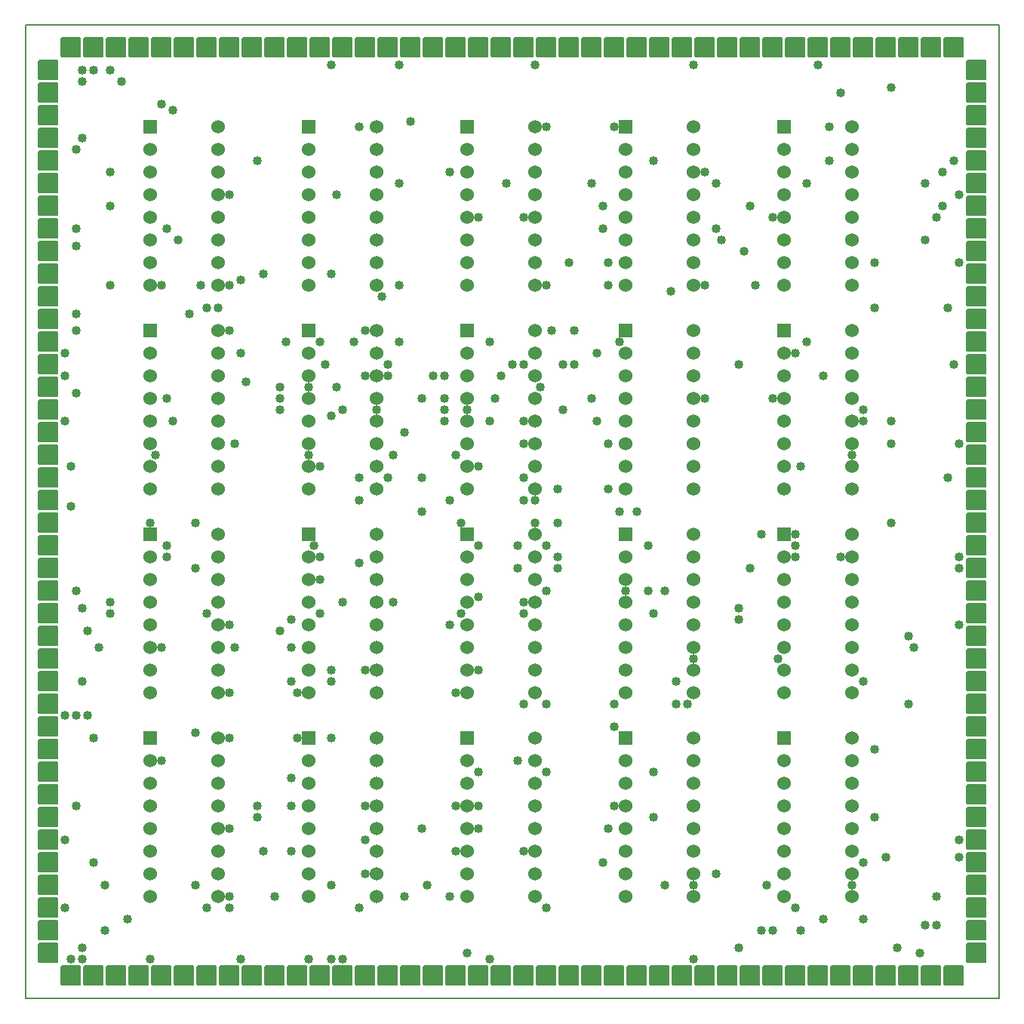
<source format=gbr>
G04 PROTEUS GERBER X2 FILE*
%TF.GenerationSoftware,Labcenter,Proteus,8.13-SP0-Build31525*%
%TF.CreationDate,2022-07-18T17:11:33+00:00*%
%TF.FileFunction,Soldermask,Top*%
%TF.FilePolarity,Negative*%
%TF.Part,Single*%
%TF.SameCoordinates,{576ea621-ad59-411c-95cb-525281b3a317}*%
%FSLAX45Y45*%
%MOMM*%
G01*
%TA.AperFunction,Material*%
%ADD17C,1.016000*%
%AMPPAD008*
4,1,36,
-1.016000,1.143000,
1.016000,1.143000,
1.041970,1.140470,
1.065980,1.133200,
1.087580,1.121650,
1.106290,1.106290,
1.121650,1.087570,
1.133200,1.065980,
1.140470,1.041970,
1.143000,1.016000,
1.143000,-1.016000,
1.140470,-1.041970,
1.133200,-1.065980,
1.121650,-1.087570,
1.106290,-1.106290,
1.087580,-1.121650,
1.065980,-1.133200,
1.041970,-1.140470,
1.016000,-1.143000,
-1.016000,-1.143000,
-1.041970,-1.140470,
-1.065980,-1.133200,
-1.087580,-1.121650,
-1.106290,-1.106290,
-1.121650,-1.087570,
-1.133200,-1.065980,
-1.140470,-1.041970,
-1.143000,-1.016000,
-1.143000,1.016000,
-1.140470,1.041970,
-1.133200,1.065980,
-1.121650,1.087570,
-1.106290,1.106290,
-1.087580,1.121650,
-1.065980,1.133200,
-1.041970,1.140470,
-1.016000,1.143000,
0*%
%TA.AperFunction,Material*%
%ADD18PPAD008*%
%AMPPAD009*
4,1,36,
1.143000,1.016000,
1.143000,-1.016000,
1.140470,-1.041970,
1.133200,-1.065980,
1.121650,-1.087580,
1.106290,-1.106290,
1.087570,-1.121650,
1.065980,-1.133200,
1.041970,-1.140470,
1.016000,-1.143000,
-1.016000,-1.143000,
-1.041970,-1.140470,
-1.065980,-1.133200,
-1.087570,-1.121650,
-1.106290,-1.106290,
-1.121650,-1.087580,
-1.133200,-1.065980,
-1.140470,-1.041970,
-1.143000,-1.016000,
-1.143000,1.016000,
-1.140470,1.041970,
-1.133200,1.065980,
-1.121650,1.087580,
-1.106290,1.106290,
-1.087570,1.121650,
-1.065980,1.133200,
-1.041970,1.140470,
-1.016000,1.143000,
1.016000,1.143000,
1.041970,1.140470,
1.065980,1.133200,
1.087570,1.121650,
1.106290,1.106290,
1.121650,1.087580,
1.133200,1.065980,
1.140470,1.041970,
1.143000,1.016000,
0*%
%ADD19PPAD009*%
%AMPPAD010*
4,1,36,
0.762000,0.635000,
0.762000,-0.635000,
0.759470,-0.660970,
0.752200,-0.684980,
0.740650,-0.706580,
0.725290,-0.725290,
0.706570,-0.740650,
0.684980,-0.752200,
0.660970,-0.759470,
0.635000,-0.762000,
-0.635000,-0.762000,
-0.660970,-0.759470,
-0.684980,-0.752200,
-0.706570,-0.740650,
-0.725290,-0.725290,
-0.740650,-0.706580,
-0.752200,-0.684980,
-0.759470,-0.660970,
-0.762000,-0.635000,
-0.762000,0.635000,
-0.759470,0.660970,
-0.752200,0.684980,
-0.740650,0.706580,
-0.725290,0.725290,
-0.706570,0.740650,
-0.684980,0.752200,
-0.660970,0.759470,
-0.635000,0.762000,
0.635000,0.762000,
0.660970,0.759470,
0.684980,0.752200,
0.706570,0.740650,
0.725290,0.725290,
0.740650,0.706580,
0.752200,0.684980,
0.759470,0.660970,
0.762000,0.635000,
0*%
%TA.AperFunction,Material*%
%ADD70PPAD010*%
%ADD71C,1.524000*%
%TA.AperFunction,Profile*%
%ADD15C,0.203200*%
%TD.AperFunction*%
D17*
X-698500Y+3556000D03*
X-1968500Y+3302000D03*
X-1270000Y+4762500D03*
X-3175000Y+3302000D03*
X-4508500Y+4699000D03*
X-4508500Y+3556000D03*
X-2032000Y+4762500D03*
X+4508500Y-1778000D03*
X+3175000Y-4699000D03*
X-3175000Y-4699000D03*
X-3429000Y-4699000D03*
X-5016500Y-4699000D03*
X+2794000Y-4953000D03*
X+2540000Y-1460500D03*
X+2540000Y-5143500D03*
X-4826000Y-5143500D03*
X+2667000Y+3175000D03*
X+2921000Y+3048000D03*
X-63500Y+3429000D03*
X-1270000Y+3429000D03*
X+127000Y+3048000D03*
X-381000Y+3048000D03*
X+254000Y+4762500D03*
X+889000Y+3429000D03*
X+1143000Y+4064000D03*
X+381000Y+4064000D03*
X+2159000Y+3556000D03*
X+4318000Y-5143500D03*
X-4953000Y-5270500D03*
X-3048000Y-5270500D03*
X-2476500Y-4064000D03*
X-3175000Y-3810000D03*
X-3111500Y-1778000D03*
X-2476500Y-1778000D03*
X-2476500Y-1460500D03*
X-3175000Y-1524000D03*
X-2159000Y-1397000D03*
X-2603500Y-1587500D03*
X-2286000Y-5270500D03*
X-2032000Y-5270500D03*
X-1270000Y+1651000D03*
X-1651000Y+1270000D03*
X-4508500Y+3175000D03*
X+1016000Y+3175000D03*
X+2032000Y+4762500D03*
X+3429000Y+4762500D03*
X+4762500Y+3048000D03*
X+4762500Y-4572000D03*
X-4318000Y-4826000D03*
X+4635500Y+2794000D03*
X+4635500Y-4889500D03*
X-4572000Y-4953000D03*
X-4064000Y-5270500D03*
X-3810000Y+762000D03*
X-2603500Y+1016000D03*
X-1206500Y-4572000D03*
X-952500Y-4445000D03*
X-889000Y+1270000D03*
X-1397000Y+1270000D03*
X-1016000Y+1016000D03*
X-762000Y+762000D03*
X-190500Y+1016000D03*
X+127000Y+508000D03*
X+127000Y+762000D03*
X-254000Y+762000D03*
X+571500Y+889000D03*
X-508000Y+889000D03*
X+317500Y+1143000D03*
X-127000Y+1270000D03*
X+2921000Y-4953000D03*
X+3238500Y-4953000D03*
X+2286000Y-4318000D03*
X+3937000Y-4826000D03*
X+4889500Y+127000D03*
X+3238500Y+254000D03*
X+5016500Y-4127500D03*
X+4191000Y-4127500D03*
X+889000Y+1016000D03*
X+952500Y+762000D03*
X+1079500Y+508000D03*
X+4762500Y-4889500D03*
X+4635500Y+3429000D03*
X+3302000Y+3429000D03*
X+2730500Y+2286000D03*
X+2159000Y+2286000D03*
X+2667000Y-889000D03*
X+2540000Y-1333500D03*
X+2921000Y+1016000D03*
X+2159000Y+1016000D03*
X+1524000Y-635000D03*
X+381000Y-635000D03*
X+127000Y-4064000D03*
X-1651000Y-3937000D03*
X-1651000Y-4318000D03*
X-4699000Y-4191000D03*
X+63500Y-3048000D03*
X+63500Y-889000D03*
X-4826000Y-5270500D03*
X-508000Y-5207000D03*
X-254000Y-5270500D03*
X+2032000Y-5270500D03*
X+2032000Y-4445000D03*
X+2857500Y-4445000D03*
X+1714500Y-4445000D03*
X+1587500Y-3683000D03*
X-5016500Y-3937000D03*
X-381000Y-2032000D03*
X-381000Y-3175000D03*
X-4889500Y-3556000D03*
X+127000Y-1397000D03*
X+127000Y-2413000D03*
X-5016500Y-2540000D03*
X+3937000Y-4191000D03*
X+381000Y-4699000D03*
X-2159000Y+1651000D03*
X-3175000Y+1778000D03*
X-1714500Y-825500D03*
X+3937000Y-2159000D03*
X+2984500Y-1905000D03*
X-1714500Y-4699000D03*
X+3175000Y-762000D03*
X+3683000Y-762000D03*
X-2413000Y-2794000D03*
X-3175000Y-2794000D03*
X-3492500Y+2286000D03*
X-3937000Y+2286000D03*
X+1079500Y+0D03*
X-3175000Y+2286000D03*
X+1841500Y-2413000D03*
X-4064000Y-381000D03*
X+63500Y-635000D03*
X+254000Y-127000D03*
X-3873500Y-762000D03*
X-3937000Y-3048000D03*
X+3810000Y-4445000D03*
X+127000Y-127000D03*
X+0Y+1397000D03*
X+3556000Y+3683000D03*
X-1714500Y-127000D03*
X+1587500Y+3683000D03*
X-4889500Y-2540000D03*
X+1841500Y-2159000D03*
X+1968500Y-2413000D03*
X+571500Y+1397000D03*
X+952500Y+1524000D03*
X-381000Y+254000D03*
X-3873500Y+1016000D03*
X-1270000Y+2286000D03*
X-2032000Y+2413000D03*
X-2794000Y+2413000D03*
X-3048000Y+2349500D03*
X+508000Y-762000D03*
X-2032000Y-2794000D03*
X-3873500Y-635000D03*
X+127000Y+127000D03*
X+127000Y+1397000D03*
X-3048000Y+1524000D03*
X-4699000Y+4699000D03*
X-4826000Y+3937000D03*
X+1143000Y-2413000D03*
X-1143000Y+4127500D03*
X-1714500Y+4064000D03*
X-3746500Y+2794000D03*
X-2857500Y+3683000D03*
X-3556000Y-381000D03*
X-3429000Y-1397000D03*
X-2159000Y-1016000D03*
X-2159000Y-762000D03*
X-381000Y-635000D03*
X-635000Y+381000D03*
X+3810000Y+381000D03*
X+3492500Y-4826000D03*
X+4064000Y+2540000D03*
X+3937000Y+889000D03*
X-254000Y+1651000D03*
X-762000Y+889000D03*
X-1524000Y+889000D03*
X-1905000Y+889000D03*
X-2286000Y+1143000D03*
X-1968500Y+1143000D03*
X-4889500Y-1143000D03*
X-2603500Y+1143000D03*
X-1333500Y+381000D03*
X-762000Y+1016000D03*
X-762000Y+1270000D03*
X-1397000Y+1397000D03*
X-2095500Y+1397000D03*
X-5016500Y+1524000D03*
X-5016500Y+1270000D03*
X-5016500Y+762000D03*
X-1206500Y+635000D03*
X-1905000Y-1270000D03*
X+254000Y-381000D03*
X+508000Y-381000D03*
X+4254500Y-381000D03*
X+4254500Y+508000D03*
X+5016500Y+508000D03*
X-1651000Y-3556000D03*
X-2032000Y+825500D03*
X-1651000Y+1778000D03*
X+444500Y+1778000D03*
X-698500Y-1524000D03*
X-698500Y-127000D03*
X-4953000Y-190500D03*
X-4953000Y+254000D03*
X-2286000Y+381000D03*
X-2032000Y-2032000D03*
X-1651000Y-2032000D03*
X-4572000Y-4445000D03*
X-3556000Y-4445000D03*
X-3175000Y-4572000D03*
X-2667000Y-4572000D03*
X-2032000Y-4445000D03*
X-698500Y-4572000D03*
X-4826000Y-2159000D03*
X-2476500Y-2159000D03*
X-2032000Y-2159000D03*
X-635000Y-2286000D03*
X+127000Y-1270000D03*
X+508000Y+0D03*
X-4699000Y-2794000D03*
X-3556000Y-2730500D03*
X-3556000Y-889000D03*
X-571500Y-1397000D03*
X-381000Y-1206500D03*
X-571500Y-381000D03*
X+381000Y-2413000D03*
X-4762500Y-2540000D03*
X-1714500Y+127000D03*
X-1778000Y+1651000D03*
X+698500Y+1778000D03*
X+1206500Y+1651000D03*
X+3302000Y+1651000D03*
X+4953000Y+1397000D03*
X+4572000Y-5207000D03*
X-1905000Y-5270500D03*
X-2794000Y-4064000D03*
X+1778000Y+2222500D03*
X+5016500Y+2540000D03*
X+2286000Y+2921000D03*
X+1079500Y+2286000D03*
X+381000Y+2286000D03*
X-4826000Y-1333500D03*
X-4889500Y+1968500D03*
X-3619500Y+1968500D03*
X-2984500Y+1206500D03*
X-3111500Y+508000D03*
X-3937000Y-1778000D03*
X-4000500Y+381000D03*
X-4889500Y+1079500D03*
X-2159000Y+254000D03*
X-2603500Y+889000D03*
X-2540000Y+1651000D03*
X-4889500Y+1778000D03*
X-4381500Y+4572000D03*
X+4953000Y+3683000D03*
X-3937000Y+4318000D03*
X+4826000Y+3556000D03*
X-3810000Y+4254500D03*
X+5016500Y+3302000D03*
X-3873500Y+2921000D03*
X+1016000Y+2921000D03*
X+2286000Y+3429000D03*
X+4826000Y+3175000D03*
X-2476500Y-3238500D03*
X-2476500Y-3556000D03*
X-2857500Y-3683000D03*
X-1460500Y+2159000D03*
X+4889500Y+2032000D03*
X+2349500Y+2794000D03*
X+1079500Y+2540000D03*
X+635000Y+2540000D03*
X-2857500Y-3556000D03*
X+2603500Y+2667000D03*
X+3492500Y+1270000D03*
X-4826000Y+4699000D03*
X+3683000Y+4445000D03*
X-4826000Y+4572000D03*
X+4254500Y+4508500D03*
X+4254500Y+762000D03*
X+3937000Y+762000D03*
X+4064000Y+2032000D03*
X-4635500Y-1778000D03*
X-4762500Y-1587500D03*
X-635000Y-3556000D03*
X-381000Y-3556000D03*
X+381000Y-3175000D03*
X+381000Y-1143000D03*
X+1270000Y-1143000D03*
X+1524000Y-1143000D03*
X+4445000Y-2413000D03*
X+4445000Y-1651000D03*
X+5016500Y-1524000D03*
X-1016000Y-254000D03*
X-1016000Y-3810000D03*
X-635000Y-4064000D03*
X+698500Y+1397000D03*
X+2540000Y+1397000D03*
X+3175000Y-635000D03*
X+5016500Y-762000D03*
X+1016000Y-4191000D03*
X+1206500Y-254000D03*
X+5016500Y-3937000D03*
X-381000Y-3810000D03*
X+1587500Y-3175000D03*
X+2032000Y-1905000D03*
X+1143000Y-2667000D03*
X+1143000Y-3556000D03*
X+1079500Y-3810000D03*
X+1397000Y-254000D03*
X+508000Y-889000D03*
X+5016500Y-889000D03*
X+1714500Y-1143000D03*
X+1587500Y-1397000D03*
X+4064000Y-3683000D03*
X+4064000Y-2921000D03*
X-4508500Y-1270000D03*
X-4508500Y+2286000D03*
X-4889500Y+2730500D03*
X-4508500Y-1397000D03*
X-4889500Y+3810000D03*
X-4889500Y+2921000D03*
X-3429000Y+2032000D03*
X+2794000Y-508000D03*
X-3175000Y-2286000D03*
X-2413000Y-2286000D03*
X+3175000Y-508000D03*
X+3175000Y+1524000D03*
X-1397000Y+127000D03*
X-1016000Y+127000D03*
X-3302000Y+2032000D03*
X-1333500Y-1270000D03*
X+3556000Y+4064000D03*
X-2222500Y-635000D03*
D18*
X-2921000Y+4953000D03*
X-2667000Y+4953000D03*
X-2413000Y+4953000D03*
X-2159000Y+4953000D03*
X-1905000Y+4953000D03*
X-1651000Y+4953000D03*
X-1397000Y+4953000D03*
X-1143000Y+4953000D03*
X-889000Y+4953000D03*
X-635000Y+4953000D03*
X-381000Y+4953000D03*
X-127000Y+4953000D03*
X+127000Y+4953000D03*
X+381000Y+4953000D03*
X+635000Y+4953000D03*
X+889000Y+4953000D03*
X+1143000Y+4953000D03*
X+1397000Y+4953000D03*
X+1651000Y+4953000D03*
X+1905000Y+4953000D03*
X+2159000Y+4953000D03*
X+2413000Y+4953000D03*
X+2667000Y+4953000D03*
X+2921000Y+4953000D03*
X+3175000Y+4953000D03*
X+3429000Y+4953000D03*
X+3683000Y+4953000D03*
X+3937000Y+4953000D03*
X+4191000Y+4953000D03*
X+4445000Y+4953000D03*
X+4699000Y+4953000D03*
X+4953000Y+4953000D03*
X-4953000Y+4953000D03*
X-4699000Y+4953000D03*
X-4445000Y+4953000D03*
X-4191000Y+4953000D03*
X-3937000Y+4953000D03*
X-3683000Y+4953000D03*
X-3429000Y+4953000D03*
X-3175000Y+4953000D03*
X-4953000Y-5461000D03*
X-4699000Y-5461000D03*
X-4445000Y-5461000D03*
X-4191000Y-5461000D03*
X-3937000Y-5461000D03*
X-3683000Y-5461000D03*
X-3429000Y-5461000D03*
X-3175000Y-5461000D03*
X-2921000Y-5461000D03*
X-2667000Y-5461000D03*
X-2413000Y-5461000D03*
X-2159000Y-5461000D03*
X-1905000Y-5461000D03*
X-1651000Y-5461000D03*
X-1397000Y-5461000D03*
X-1143000Y-5461000D03*
X-889000Y-5461000D03*
X-635000Y-5461000D03*
X-381000Y-5461000D03*
X-127000Y-5461000D03*
X+127000Y-5461000D03*
X+381000Y-5461000D03*
X+635000Y-5461000D03*
X+889000Y-5461000D03*
X+1143000Y-5461000D03*
X+1397000Y-5461000D03*
X+1651000Y-5461000D03*
X+1905000Y-5461000D03*
X+2159000Y-5461000D03*
X+2413000Y-5461000D03*
X+2667000Y-5461000D03*
X+2921000Y-5461000D03*
X+3175000Y-5461000D03*
X+3429000Y-5461000D03*
X+3683000Y-5461000D03*
X+3937000Y-5461000D03*
X+4191000Y-5461000D03*
X+4445000Y-5461000D03*
X+4699000Y-5461000D03*
X+4953000Y-5461000D03*
D19*
X-5207000Y+4699000D03*
X-5207000Y+4445000D03*
X-5207000Y+4191000D03*
X-5207000Y+3937000D03*
X-5207000Y+3683000D03*
X-5207000Y+3429000D03*
X-5207000Y+3175000D03*
X-5207000Y+2921000D03*
X-5207000Y+2667000D03*
X-5207000Y+2413000D03*
X-5207000Y+2159000D03*
X-5207000Y+1905000D03*
X-5207000Y+1651000D03*
X-5207000Y+1397000D03*
X-5207000Y+1143000D03*
X-5207000Y+889000D03*
X-5207000Y+635000D03*
X-5207000Y+381000D03*
X-5207000Y+127000D03*
X-5207000Y-127000D03*
X-5207000Y-381000D03*
X-5207000Y-635000D03*
X-5207000Y-889000D03*
X-5207000Y-1143000D03*
X-5207000Y-1397000D03*
X-5207000Y-1651000D03*
X-5207000Y-1905000D03*
X-5207000Y-2159000D03*
X-5207000Y-2413000D03*
X-5207000Y-2667000D03*
X-5207000Y-2921000D03*
X-5207000Y-3175000D03*
X-5207000Y-3429000D03*
X-5207000Y-3683000D03*
X-5207000Y-3937000D03*
X-5207000Y-4191000D03*
X-5207000Y-4445000D03*
X-5207000Y-4699000D03*
X-5207000Y-4953000D03*
X-5207000Y-5207000D03*
X+5207000Y+4699000D03*
X+5207000Y+4445000D03*
X+5207000Y+4191000D03*
X+5207000Y+3937000D03*
X+5207000Y+3683000D03*
X+5207000Y+3429000D03*
X+5207000Y+3175000D03*
X+5207000Y+2921000D03*
X+5207000Y+2667000D03*
X+5207000Y+2413000D03*
X+5207000Y+2159000D03*
X+5207000Y+1905000D03*
X+5207000Y+1651000D03*
X+5207000Y+1397000D03*
X+5207000Y+1143000D03*
X+5207000Y+889000D03*
X+5207000Y+635000D03*
X+5207000Y+381000D03*
X+5207000Y+127000D03*
X+5207000Y-127000D03*
X+5207000Y-381000D03*
X+5207000Y-635000D03*
X+5207000Y-889000D03*
X+5207000Y-1143000D03*
X+5207000Y-1397000D03*
X+5207000Y-1651000D03*
X+5207000Y-1905000D03*
X+5207000Y-2159000D03*
X+5207000Y-2413000D03*
X+5207000Y-2667000D03*
X+5207000Y-2921000D03*
X+5207000Y-3175000D03*
X+5207000Y-3429000D03*
X+5207000Y-3683000D03*
X+5207000Y-3937000D03*
X+5207000Y-4191000D03*
X+5207000Y-4445000D03*
X+5207000Y-4699000D03*
X+5207000Y-4953000D03*
X+5207000Y-5207000D03*
D70*
X-4064000Y+4064000D03*
D71*
X-4064000Y+3810000D03*
X-4064000Y+3556000D03*
X-4064000Y+3302000D03*
X-4064000Y+3048000D03*
X-4064000Y+2794000D03*
X-4064000Y+2540000D03*
X-4064000Y+2286000D03*
X-3302000Y+2286000D03*
X-3302000Y+2540000D03*
X-3302000Y+2794000D03*
X-3302000Y+3048000D03*
X-3302000Y+3302000D03*
X-3302000Y+3556000D03*
X-3302000Y+3810000D03*
X-3302000Y+4064000D03*
D70*
X-2286000Y+4064000D03*
D71*
X-2286000Y+3810000D03*
X-2286000Y+3556000D03*
X-2286000Y+3302000D03*
X-2286000Y+3048000D03*
X-2286000Y+2794000D03*
X-2286000Y+2540000D03*
X-2286000Y+2286000D03*
X-1524000Y+2286000D03*
X-1524000Y+2540000D03*
X-1524000Y+2794000D03*
X-1524000Y+3048000D03*
X-1524000Y+3302000D03*
X-1524000Y+3556000D03*
X-1524000Y+3810000D03*
X-1524000Y+4064000D03*
D70*
X-508000Y+4064000D03*
D71*
X-508000Y+3810000D03*
X-508000Y+3556000D03*
X-508000Y+3302000D03*
X-508000Y+3048000D03*
X-508000Y+2794000D03*
X-508000Y+2540000D03*
X-508000Y+2286000D03*
X+254000Y+2286000D03*
X+254000Y+2540000D03*
X+254000Y+2794000D03*
X+254000Y+3048000D03*
X+254000Y+3302000D03*
X+254000Y+3556000D03*
X+254000Y+3810000D03*
X+254000Y+4064000D03*
D70*
X+1270000Y+4064000D03*
D71*
X+1270000Y+3810000D03*
X+1270000Y+3556000D03*
X+1270000Y+3302000D03*
X+1270000Y+3048000D03*
X+1270000Y+2794000D03*
X+1270000Y+2540000D03*
X+1270000Y+2286000D03*
X+2032000Y+2286000D03*
X+2032000Y+2540000D03*
X+2032000Y+2794000D03*
X+2032000Y+3048000D03*
X+2032000Y+3302000D03*
X+2032000Y+3556000D03*
X+2032000Y+3810000D03*
X+2032000Y+4064000D03*
D70*
X-4064000Y+1778000D03*
D71*
X-4064000Y+1524000D03*
X-4064000Y+1270000D03*
X-4064000Y+1016000D03*
X-4064000Y+762000D03*
X-4064000Y+508000D03*
X-4064000Y+254000D03*
X-4064000Y+0D03*
X-3302000Y+0D03*
X-3302000Y+254000D03*
X-3302000Y+508000D03*
X-3302000Y+762000D03*
X-3302000Y+1016000D03*
X-3302000Y+1270000D03*
X-3302000Y+1524000D03*
X-3302000Y+1778000D03*
D70*
X-2286000Y+1778000D03*
D71*
X-2286000Y+1524000D03*
X-2286000Y+1270000D03*
X-2286000Y+1016000D03*
X-2286000Y+762000D03*
X-2286000Y+508000D03*
X-2286000Y+254000D03*
X-2286000Y+0D03*
X-1524000Y+0D03*
X-1524000Y+254000D03*
X-1524000Y+508000D03*
X-1524000Y+762000D03*
X-1524000Y+1016000D03*
X-1524000Y+1270000D03*
X-1524000Y+1524000D03*
X-1524000Y+1778000D03*
D70*
X-508000Y+1778000D03*
D71*
X-508000Y+1524000D03*
X-508000Y+1270000D03*
X-508000Y+1016000D03*
X-508000Y+762000D03*
X-508000Y+508000D03*
X-508000Y+254000D03*
X-508000Y+0D03*
X+254000Y+0D03*
X+254000Y+254000D03*
X+254000Y+508000D03*
X+254000Y+762000D03*
X+254000Y+1016000D03*
X+254000Y+1270000D03*
X+254000Y+1524000D03*
X+254000Y+1778000D03*
D70*
X+3048000Y+1778000D03*
D71*
X+3048000Y+1524000D03*
X+3048000Y+1270000D03*
X+3048000Y+1016000D03*
X+3048000Y+762000D03*
X+3048000Y+508000D03*
X+3048000Y+254000D03*
X+3048000Y+0D03*
X+3810000Y+0D03*
X+3810000Y+254000D03*
X+3810000Y+508000D03*
X+3810000Y+762000D03*
X+3810000Y+1016000D03*
X+3810000Y+1270000D03*
X+3810000Y+1524000D03*
X+3810000Y+1778000D03*
D70*
X-4064000Y-508000D03*
D71*
X-4064000Y-762000D03*
X-4064000Y-1016000D03*
X-4064000Y-1270000D03*
X-4064000Y-1524000D03*
X-4064000Y-1778000D03*
X-4064000Y-2032000D03*
X-4064000Y-2286000D03*
X-3302000Y-2286000D03*
X-3302000Y-2032000D03*
X-3302000Y-1778000D03*
X-3302000Y-1524000D03*
X-3302000Y-1270000D03*
X-3302000Y-1016000D03*
X-3302000Y-762000D03*
X-3302000Y-508000D03*
D70*
X-2286000Y-508000D03*
D71*
X-2286000Y-762000D03*
X-2286000Y-1016000D03*
X-2286000Y-1270000D03*
X-2286000Y-1524000D03*
X-2286000Y-1778000D03*
X-2286000Y-2032000D03*
X-2286000Y-2286000D03*
X-1524000Y-2286000D03*
X-1524000Y-2032000D03*
X-1524000Y-1778000D03*
X-1524000Y-1524000D03*
X-1524000Y-1270000D03*
X-1524000Y-1016000D03*
X-1524000Y-762000D03*
X-1524000Y-508000D03*
D70*
X+1270000Y-508000D03*
D71*
X+1270000Y-762000D03*
X+1270000Y-1016000D03*
X+1270000Y-1270000D03*
X+1270000Y-1524000D03*
X+1270000Y-1778000D03*
X+1270000Y-2032000D03*
X+1270000Y-2286000D03*
X+2032000Y-2286000D03*
X+2032000Y-2032000D03*
X+2032000Y-1778000D03*
X+2032000Y-1524000D03*
X+2032000Y-1270000D03*
X+2032000Y-1016000D03*
X+2032000Y-762000D03*
X+2032000Y-508000D03*
D70*
X+3048000Y-508000D03*
D71*
X+3048000Y-762000D03*
X+3048000Y-1016000D03*
X+3048000Y-1270000D03*
X+3048000Y-1524000D03*
X+3048000Y-1778000D03*
X+3048000Y-2032000D03*
X+3048000Y-2286000D03*
X+3810000Y-2286000D03*
X+3810000Y-2032000D03*
X+3810000Y-1778000D03*
X+3810000Y-1524000D03*
X+3810000Y-1270000D03*
X+3810000Y-1016000D03*
X+3810000Y-762000D03*
X+3810000Y-508000D03*
D70*
X-4064000Y-2794000D03*
D71*
X-4064000Y-3048000D03*
X-4064000Y-3302000D03*
X-4064000Y-3556000D03*
X-4064000Y-3810000D03*
X-4064000Y-4064000D03*
X-4064000Y-4318000D03*
X-4064000Y-4572000D03*
X-3302000Y-4572000D03*
X-3302000Y-4318000D03*
X-3302000Y-4064000D03*
X-3302000Y-3810000D03*
X-3302000Y-3556000D03*
X-3302000Y-3302000D03*
X-3302000Y-3048000D03*
X-3302000Y-2794000D03*
D70*
X-508000Y-2794000D03*
D71*
X-508000Y-3048000D03*
X-508000Y-3302000D03*
X-508000Y-3556000D03*
X-508000Y-3810000D03*
X-508000Y-4064000D03*
X-508000Y-4318000D03*
X-508000Y-4572000D03*
X+254000Y-4572000D03*
X+254000Y-4318000D03*
X+254000Y-4064000D03*
X+254000Y-3810000D03*
X+254000Y-3556000D03*
X+254000Y-3302000D03*
X+254000Y-3048000D03*
X+254000Y-2794000D03*
D70*
X+1270000Y-2794000D03*
D71*
X+1270000Y-3048000D03*
X+1270000Y-3302000D03*
X+1270000Y-3556000D03*
X+1270000Y-3810000D03*
X+1270000Y-4064000D03*
X+1270000Y-4318000D03*
X+1270000Y-4572000D03*
X+2032000Y-4572000D03*
X+2032000Y-4318000D03*
X+2032000Y-4064000D03*
X+2032000Y-3810000D03*
X+2032000Y-3556000D03*
X+2032000Y-3302000D03*
X+2032000Y-3048000D03*
X+2032000Y-2794000D03*
D70*
X+3048000Y-2794000D03*
D71*
X+3048000Y-3048000D03*
X+3048000Y-3302000D03*
X+3048000Y-3556000D03*
X+3048000Y-3810000D03*
X+3048000Y-4064000D03*
X+3048000Y-4318000D03*
X+3048000Y-4572000D03*
X+3810000Y-4572000D03*
X+3810000Y-4318000D03*
X+3810000Y-4064000D03*
X+3810000Y-3810000D03*
X+3810000Y-3556000D03*
X+3810000Y-3302000D03*
X+3810000Y-3048000D03*
X+3810000Y-2794000D03*
D70*
X+3048000Y+4064000D03*
D71*
X+3048000Y+3810000D03*
X+3048000Y+3556000D03*
X+3048000Y+3302000D03*
X+3048000Y+3048000D03*
X+3048000Y+2794000D03*
X+3048000Y+2540000D03*
X+3048000Y+2286000D03*
X+3810000Y+2286000D03*
X+3810000Y+2540000D03*
X+3810000Y+2794000D03*
X+3810000Y+3048000D03*
X+3810000Y+3302000D03*
X+3810000Y+3556000D03*
X+3810000Y+3810000D03*
X+3810000Y+4064000D03*
D70*
X+1270000Y+1778000D03*
D71*
X+1270000Y+1524000D03*
X+1270000Y+1270000D03*
X+1270000Y+1016000D03*
X+1270000Y+762000D03*
X+1270000Y+508000D03*
X+1270000Y+254000D03*
X+1270000Y+0D03*
X+2032000Y+0D03*
X+2032000Y+254000D03*
X+2032000Y+508000D03*
X+2032000Y+762000D03*
X+2032000Y+1016000D03*
X+2032000Y+1270000D03*
X+2032000Y+1524000D03*
X+2032000Y+1778000D03*
D70*
X-508000Y-508000D03*
D71*
X-508000Y-762000D03*
X-508000Y-1016000D03*
X-508000Y-1270000D03*
X-508000Y-1524000D03*
X-508000Y-1778000D03*
X-508000Y-2032000D03*
X-508000Y-2286000D03*
X+254000Y-2286000D03*
X+254000Y-2032000D03*
X+254000Y-1778000D03*
X+254000Y-1524000D03*
X+254000Y-1270000D03*
X+254000Y-1016000D03*
X+254000Y-762000D03*
X+254000Y-508000D03*
D70*
X-2286000Y-2794000D03*
D71*
X-2286000Y-3048000D03*
X-2286000Y-3302000D03*
X-2286000Y-3556000D03*
X-2286000Y-3810000D03*
X-2286000Y-4064000D03*
X-2286000Y-4318000D03*
X-2286000Y-4572000D03*
X-1524000Y-4572000D03*
X-1524000Y-4318000D03*
X-1524000Y-4064000D03*
X-1524000Y-3810000D03*
X-1524000Y-3556000D03*
X-1524000Y-3302000D03*
X-1524000Y-3048000D03*
X-1524000Y-2794000D03*
D15*
X-5461000Y-5715000D02*
X+5461000Y-5715000D01*
X+5461000Y+5207000D01*
X-5461000Y+5207000D01*
X-5461000Y-5715000D01*
M02*

</source>
